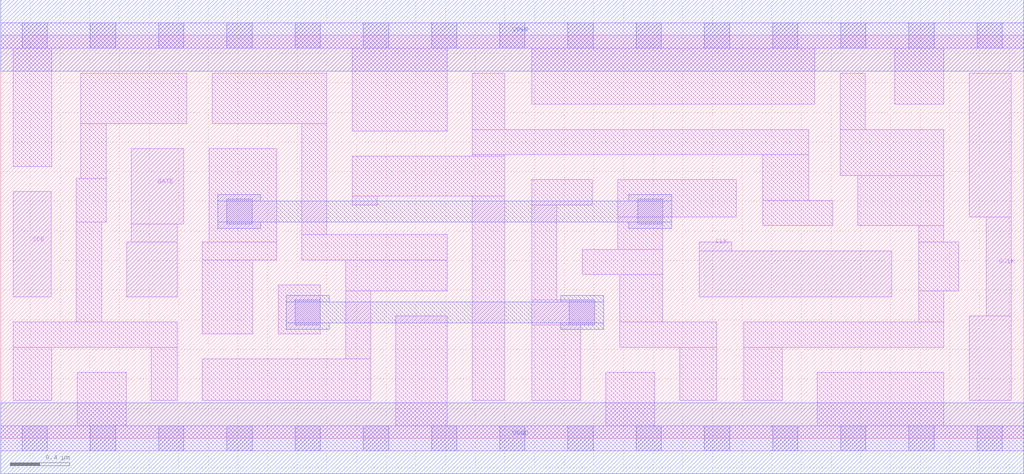
<source format=lef>
# Copyright 2020 The SkyWater PDK Authors
#
# Licensed under the Apache License, Version 2.0 (the "License");
# you may not use this file except in compliance with the License.
# You may obtain a copy of the License at
#
#     https://www.apache.org/licenses/LICENSE-2.0
#
# Unless required by applicable law or agreed to in writing, software
# distributed under the License is distributed on an "AS IS" BASIS,
# WITHOUT WARRANTIES OR CONDITIONS OF ANY KIND, either express or implied.
# See the License for the specific language governing permissions and
# limitations under the License.
#
# SPDX-License-Identifier: Apache-2.0

VERSION 5.7 ;
  NAMESCASESENSITIVE ON ;
  NOWIREEXTENSIONATPIN ON ;
  DIVIDERCHAR "/" ;
  BUSBITCHARS "[]" ;
UNITS
  DATABASE MICRONS 200 ;
END UNITS
MACRO sky130_fd_sc_hd__sdlclkp_1
  CLASS CORE ;
  FOREIGN sky130_fd_sc_hd__sdlclkp_1 ;
  ORIGIN  0.000000  0.000000 ;
  SIZE  6.900000 BY  2.720000 ;
  SYMMETRY X Y R90 ;
  SITE unithd ;
  PIN GATE
    ANTENNAGATEAREA  0.159000 ;
    DIRECTION INPUT ;
    USE SIGNAL ;
    PORT
      LAYER li1 ;
        RECT 0.850000 0.955000 1.190000 1.325000 ;
        RECT 0.880000 1.325000 1.190000 1.445000 ;
        RECT 0.880000 1.445000 1.235000 1.955000 ;
    END
  END GATE
  PIN GCLK
    ANTENNADIFFAREA  0.429000 ;
    DIRECTION OUTPUT ;
    USE SIGNAL ;
    PORT
      LAYER li1 ;
        RECT 6.530000 0.255000 6.815000 0.825000 ;
        RECT 6.530000 1.495000 6.815000 2.465000 ;
        RECT 6.645000 0.825000 6.815000 1.495000 ;
    END
  END GCLK
  PIN SCE
    ANTENNAGATEAREA  0.159000 ;
    DIRECTION INPUT ;
    USE SIGNAL ;
    PORT
      LAYER li1 ;
        RECT 0.085000 0.955000 0.340000 1.665000 ;
    END
  END SCE
  PIN CLK
    ANTENNAGATEAREA  0.318000 ;
    DIRECTION INPUT ;
    USE CLOCK ;
    PORT
      LAYER li1 ;
        RECT 4.710000 0.955000 6.010000 1.265000 ;
        RECT 4.710000 1.265000 4.930000 1.325000 ;
    END
  END CLK
  PIN VGND
    DIRECTION INOUT ;
    SHAPE ABUTMENT ;
    USE GROUND ;
    PORT
      LAYER met1 ;
        RECT 0.000000 -0.240000 6.900000 0.240000 ;
    END
  END VGND
  PIN VPWR
    DIRECTION INOUT ;
    SHAPE ABUTMENT ;
    USE POWER ;
    PORT
      LAYER met1 ;
        RECT 0.000000 2.480000 6.900000 2.960000 ;
    END
  END VPWR
  OBS
    LAYER li1 ;
      RECT 0.000000 -0.085000 6.900000 0.085000 ;
      RECT 0.000000  2.635000 6.900000 2.805000 ;
      RECT 0.085000  0.255000 0.345000 0.615000 ;
      RECT 0.085000  0.615000 1.190000 0.785000 ;
      RECT 0.085000  1.835000 0.345000 2.635000 ;
      RECT 0.510000  0.785000 0.680000 1.460000 ;
      RECT 0.510000  1.460000 0.710000 1.755000 ;
      RECT 0.515000  0.085000 0.845000 0.445000 ;
      RECT 0.540000  1.755000 0.710000 2.125000 ;
      RECT 0.540000  2.125000 1.255000 2.465000 ;
      RECT 1.015000  0.255000 1.190000 0.615000 ;
      RECT 1.360000  0.255000 2.495000 0.535000 ;
      RECT 1.360000  0.705000 1.700000 1.205000 ;
      RECT 1.360000  1.205000 1.860000 1.325000 ;
      RECT 1.405000  1.325000 1.860000 1.955000 ;
      RECT 1.425000  2.125000 2.200000 2.465000 ;
      RECT 1.870000  0.705000 2.155000 1.035000 ;
      RECT 2.030000  1.205000 3.010000 1.375000 ;
      RECT 2.030000  1.375000 2.200000 2.125000 ;
      RECT 2.325000  0.535000 2.495000 0.995000 ;
      RECT 2.325000  0.995000 3.010000 1.205000 ;
      RECT 2.370000  1.575000 2.540000 1.635000 ;
      RECT 2.370000  1.635000 3.400000 1.905000 ;
      RECT 2.370000  2.075000 3.010000 2.635000 ;
      RECT 2.665000  0.085000 3.010000 0.825000 ;
      RECT 3.180000  0.255000 3.400000 1.635000 ;
      RECT 3.180000  1.905000 3.400000 1.915000 ;
      RECT 3.180000  1.915000 5.450000 2.085000 ;
      RECT 3.180000  2.085000 3.400000 2.465000 ;
      RECT 3.580000  0.255000 3.910000 0.765000 ;
      RECT 3.580000  0.765000 4.005000 0.935000 ;
      RECT 3.580000  0.935000 3.750000 1.575000 ;
      RECT 3.580000  1.575000 3.990000 1.745000 ;
      RECT 3.580000  2.255000 5.490000 2.635000 ;
      RECT 3.920000  1.105000 4.465000 1.275000 ;
      RECT 4.080000  0.085000 4.410000 0.445000 ;
      RECT 4.160000  1.275000 4.465000 1.495000 ;
      RECT 4.160000  1.495000 4.960000 1.745000 ;
      RECT 4.175000  0.615000 4.830000 0.785000 ;
      RECT 4.175000  0.785000 4.465000 1.105000 ;
      RECT 4.580000  0.255000 4.830000 0.615000 ;
      RECT 5.010000  0.255000 5.270000 0.615000 ;
      RECT 5.010000  0.615000 6.360000 0.785000 ;
      RECT 5.140000  1.435000 5.610000 1.605000 ;
      RECT 5.140000  1.605000 5.450000 1.915000 ;
      RECT 5.505000  0.085000 6.360000 0.445000 ;
      RECT 5.660000  1.775000 6.360000 2.085000 ;
      RECT 5.660000  2.085000 5.830000 2.465000 ;
      RECT 5.780000  1.435000 6.360000 1.775000 ;
      RECT 6.030000  2.255000 6.360000 2.635000 ;
      RECT 6.190000  0.785000 6.360000 0.995000 ;
      RECT 6.190000  0.995000 6.460000 1.325000 ;
      RECT 6.190000  1.325000 6.360000 1.435000 ;
    LAYER mcon ;
      RECT 0.145000 -0.085000 0.315000 0.085000 ;
      RECT 0.145000  2.635000 0.315000 2.805000 ;
      RECT 0.605000 -0.085000 0.775000 0.085000 ;
      RECT 0.605000  2.635000 0.775000 2.805000 ;
      RECT 1.065000 -0.085000 1.235000 0.085000 ;
      RECT 1.065000  2.635000 1.235000 2.805000 ;
      RECT 1.525000 -0.085000 1.695000 0.085000 ;
      RECT 1.525000  1.445000 1.695000 1.615000 ;
      RECT 1.525000  2.635000 1.695000 2.805000 ;
      RECT 1.985000 -0.085000 2.155000 0.085000 ;
      RECT 1.985000  0.765000 2.155000 0.935000 ;
      RECT 1.985000  2.635000 2.155000 2.805000 ;
      RECT 2.445000 -0.085000 2.615000 0.085000 ;
      RECT 2.445000  2.635000 2.615000 2.805000 ;
      RECT 2.905000 -0.085000 3.075000 0.085000 ;
      RECT 2.905000  2.635000 3.075000 2.805000 ;
      RECT 3.365000 -0.085000 3.535000 0.085000 ;
      RECT 3.365000  2.635000 3.535000 2.805000 ;
      RECT 3.825000 -0.085000 3.995000 0.085000 ;
      RECT 3.825000  2.635000 3.995000 2.805000 ;
      RECT 3.835000  0.765000 4.005000 0.935000 ;
      RECT 4.285000 -0.085000 4.455000 0.085000 ;
      RECT 4.285000  2.635000 4.455000 2.805000 ;
      RECT 4.295000  1.445000 4.465000 1.615000 ;
      RECT 4.745000 -0.085000 4.915000 0.085000 ;
      RECT 4.745000  2.635000 4.915000 2.805000 ;
      RECT 5.205000 -0.085000 5.375000 0.085000 ;
      RECT 5.205000  2.635000 5.375000 2.805000 ;
      RECT 5.665000 -0.085000 5.835000 0.085000 ;
      RECT 5.665000  2.635000 5.835000 2.805000 ;
      RECT 6.125000 -0.085000 6.295000 0.085000 ;
      RECT 6.125000  2.635000 6.295000 2.805000 ;
      RECT 6.585000 -0.085000 6.755000 0.085000 ;
      RECT 6.585000  2.635000 6.755000 2.805000 ;
    LAYER met1 ;
      RECT 1.465000 1.415000 1.755000 1.460000 ;
      RECT 1.465000 1.460000 4.525000 1.600000 ;
      RECT 1.465000 1.600000 1.755000 1.645000 ;
      RECT 1.925000 0.735000 2.215000 0.780000 ;
      RECT 1.925000 0.780000 4.065000 0.920000 ;
      RECT 1.925000 0.920000 2.215000 0.965000 ;
      RECT 3.775000 0.735000 4.065000 0.780000 ;
      RECT 3.775000 0.920000 4.065000 0.965000 ;
      RECT 4.235000 1.415000 4.525000 1.460000 ;
      RECT 4.235000 1.600000 4.525000 1.645000 ;
  END
END sky130_fd_sc_hd__sdlclkp_1
END LIBRARY

</source>
